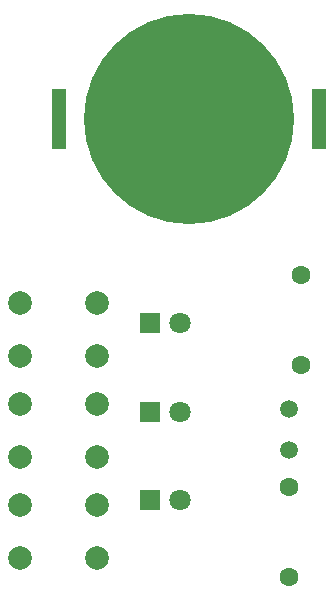
<source format=gbr>
%TF.GenerationSoftware,KiCad,Pcbnew,9.0.2*%
%TF.CreationDate,2025-06-18T19:47:00+03:00*%
%TF.ProjectId,solder_PCB,736f6c64-6572-45f5-9043-422e6b696361,rev?*%
%TF.SameCoordinates,Original*%
%TF.FileFunction,Soldermask,Top*%
%TF.FilePolarity,Negative*%
%FSLAX46Y46*%
G04 Gerber Fmt 4.6, Leading zero omitted, Abs format (unit mm)*
G04 Created by KiCad (PCBNEW 9.0.2) date 2025-06-18 19:47:00*
%MOMM*%
%LPD*%
G01*
G04 APERTURE LIST*
%ADD10R,1.800000X1.800000*%
%ADD11C,1.800000*%
%ADD12C,2.000000*%
%ADD13C,17.800000*%
%ADD14R,1.270000X5.080000*%
%ADD15C,1.600000*%
%ADD16C,1.500000*%
G04 APERTURE END LIST*
D10*
%TO.C,D1*%
X150660000Y-103320000D03*
D11*
X153200000Y-103320000D03*
%TD*%
D12*
%TO.C,SW1*%
X139670000Y-101610000D03*
X146170000Y-101610000D03*
X139670000Y-106110000D03*
X146170000Y-106110000D03*
%TD*%
D13*
%TO.C,BT2*%
X154000000Y-86000000D03*
D14*
X164985000Y-86000000D03*
X143015000Y-86000000D03*
%TD*%
D11*
%TO.C,D2*%
X153200000Y-110790000D03*
D10*
X150660000Y-110790000D03*
%TD*%
D12*
%TO.C,SW2*%
X146170000Y-114660000D03*
X139670000Y-114660000D03*
X146170000Y-110160000D03*
X139670000Y-110160000D03*
%TD*%
%TO.C,SW3*%
X146170000Y-123210000D03*
X139670000Y-123210000D03*
X146170000Y-118710000D03*
X139670000Y-118710000D03*
%TD*%
D15*
%TO.C,R6*%
X163500000Y-99190000D03*
X163500000Y-106810000D03*
%TD*%
%TO.C,R8*%
X162500000Y-124810000D03*
X162500000Y-117190000D03*
%TD*%
D16*
%TO.C,R1*%
X162500000Y-114000000D03*
X162500000Y-110600000D03*
%TD*%
D10*
%TO.C,D3*%
X150660000Y-118260000D03*
D11*
X153200000Y-118260000D03*
%TD*%
M02*

</source>
